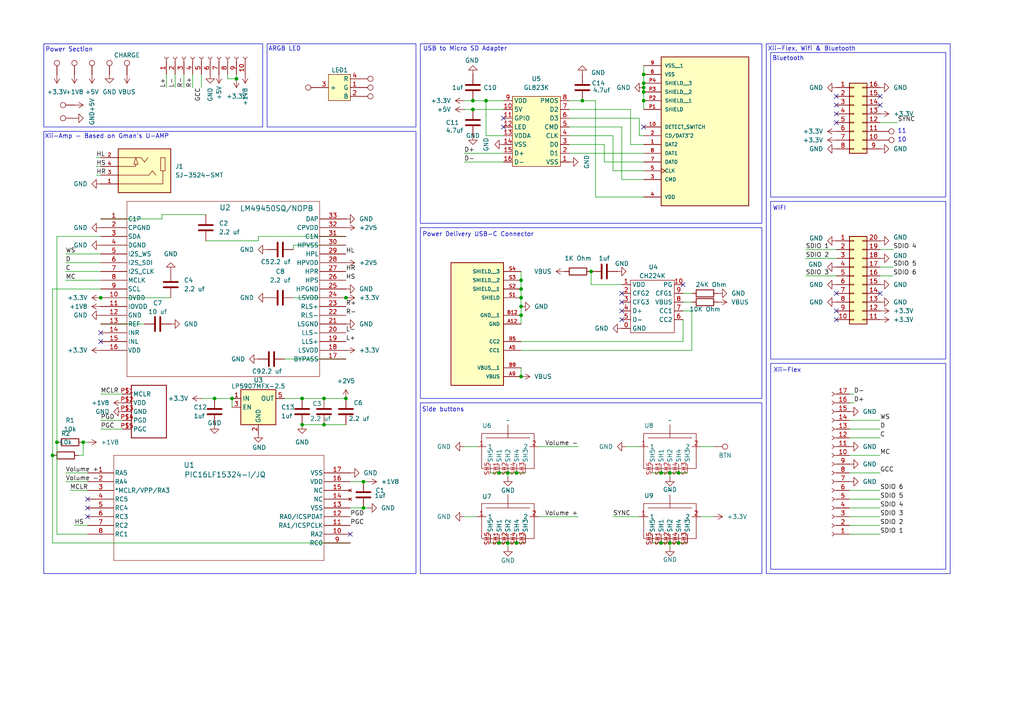
<source format=kicad_sch>
(kicad_sch (version 20231120) (generator "eeschema") (generator_version "8.0")
  (paper "A4")
  (lib_symbols
    (symbol "2024-05-25_18-45-26:LM49450SQ_NOPB" (pin_names (offset 0.254))
      (property "Value" "LM49450SQ/NOPB" (at 35.56 7.62 0))
      (symbol "LM49450SQ_NOPB_0_1"
        (pin passive line (at 0 0 0) (length 7.62) (name "C1P") (number "1"))
        (pin power_in line (at 0 -22.86 0) (length 7.62) (name "DVDD") (number "10"))
        (pin power_in line (at 0 -25.4 0) (length 7.62) (name "IOVDD") (number "11"))
        (pin power_in line (at 0 -27.94 0) (length 7.62) (name "GND") (number "12"))
        (pin passive line (at 0 -30.48 0) (length 7.62) (name "REF") (number "13"))
        (pin input line (at 0 -33.02 0) (length 7.62) (name "INR") (number "14"))
        (pin input line (at 0 -35.56 0) (length 7.62) (name "INL") (number "15"))
        (pin power_in line (at 0 -38.1 0) (length 7.62) (name "VDD") (number "16"))
        (pin passive line (at 71.12 -40.64 180) (length 7.62) (name "BYPASS") (number "17"))
        (pin power_in line (at 71.12 -38.1 180) (length 7.62) (name "LSVDD") (number "18"))
        (pin output line (at 71.12 -35.56 180) (length 7.62) (name "LLS+") (number "19"))
        (pin power_in line (at 0 -2.54 0) (length 7.62) (name "CPGND") (number "2"))
        (pin output line (at 71.12 -33.02 180) (length 7.62) (name "LLS-") (number "20"))
        (pin power_in line (at 71.12 -30.48 180) (length 7.62) (name "LSGND") (number "21"))
        (pin output line (at 71.12 -27.94 180) (length 7.62) (name "RLS-") (number "22"))
        (pin output line (at 71.12 -25.4 180) (length 7.62) (name "RLS+") (number "23"))
        (pin power_in line (at 71.12 -22.86 180) (length 7.62) (name "LSVDD") (number "24"))
        (pin power_in line (at 71.12 -20.32 180) (length 7.62) (name "HPGND") (number "25"))
        (pin input line (at 71.12 -17.78 180) (length 7.62) (name "HPS") (number "26"))
        (pin output line (at 71.12 -15.24 180) (length 7.62) (name "HPR") (number "27"))
        (pin power_in line (at 71.12 -12.7 180) (length 7.62) (name "HPVDD") (number "28"))
        (pin output line (at 71.12 -10.16 180) (length 7.62) (name "HPL") (number "29"))
        (pin input line (at 0 -5.08 0) (length 7.62) (name "SDA") (number "3"))
        (pin power_in line (at 71.12 -7.62 180) (length 7.62) (name "HPVSS") (number "30"))
        (pin passive line (at 71.12 -5.08 180) (length 7.62) (name "C1N") (number "31"))
        (pin power_in line (at 71.12 -2.54 180) (length 7.62) (name "CPVDD") (number "32"))
        (pin power_in line (at 71.12 0 180) (length 7.62) (name "DAP") (number "33"))
        (pin power_in line (at 0 -7.62 0) (length 7.62) (name "DGND") (number "4"))
        (pin input line (at 0 -10.16 0) (length 7.62) (name "I2S_WS") (number "5"))
        (pin input line (at 0 -12.7 0) (length 7.62) (name "I2S_SDI") (number "6"))
        (pin input line (at 0 -15.24 0) (length 7.62) (name "I2S_CLK") (number "7"))
        (pin input line (at 0 -17.78 0) (length 7.62) (name "MCLK") (number "8"))
        (pin input line (at 0 -20.32 0) (length 7.62) (name "SCL") (number "9"))
      )
    )
    (symbol "503398-1892:503398-1892" (pin_names (offset 1.016))
      (property "Reference" "J" (at -12.7217 15.266 0))
      (property "Value" "503398-1892" (at -12.704 -27.9456 0))
      (symbol "503398-1892_0_0"
        (pin passive line (at 17.78 -2.54 180) (length 5.08) (name "DAT2") (number "1"))
        (pin passive line (at 17.78 -7.62 180) (length 5.08) (name "DETECT_SWITCH") (number "10"))
        (pin passive line (at 17.78 -5.08 180) (length 5.08) (name "CD/DAT3^2") (number "2"))
        (pin passive line (at 17.78 7.62 180) (length 5.08) (name "CMD") (number "3"))
        (pin power_in line (at 17.78 12.7 180) (length 5.08) (name "VDD") (number "4"))
        (pin passive clock (at 17.78 5.08 180) (length 5.08) (name "CLK") (number "5"))
        (pin power_in line (at 17.78 -22.86 180) (length 5.08) (name "VSS") (number "6"))
        (pin passive line (at 17.78 2.54 180) (length 5.08) (name "DAT0") (number "7"))
        (pin passive line (at 17.78 0 180) (length 5.08) (name "DAT1") (number "8"))
        (pin power_in line (at 17.78 -25.4 180) (length 5.08) (name "VSS__1") (number "9"))
        (pin passive line (at 17.78 -12.7 180) (length 5.08) (name "SHIELD") (number "P1"))
        (pin passive line (at 17.78 -15.24 180) (length 5.08) (name "SHIELD__1") (number "P2"))
        (pin passive line (at 17.78 -17.78 180) (length 5.08) (name "SHIELD__2") (number "P3"))
        (pin passive line (at 17.78 -20.32 180) (length 5.08) (name "SHIELD__3") (number "P4"))
      )
    )
    (symbol "ARGB_LED_XENII:LED_ARGB_XENII"
      (property "Reference" "LED" (at 0 0 0))
      (symbol "LED_ARGB_XENII_1_1"
        (pin power_in line (at 3.81 -6.35 180) (length 2.54) (name "G") (number "1"))
        (pin power_in line (at 3.81 -8.89 180) (length 2.54) (name "B") (number "2"))
        (pin power_in line (at -7.62 -6.35 0) (length 2.54) (name "+") (number "3"))
        (pin power_in line (at 3.81 -3.81 180) (length 2.54) (name "R") (number "4"))
      )
    )
    (symbol "CH224K:CH224K"
      (property "Reference" "U" (at 0 0 0))
      (property "Value" "CH224K" (at 0 -2.54 0))
      (symbol "CH224K_1_1"
        (pin power_in line (at -8.89 -17.78 0) (length 2.54) (name "GND") (number "0"))
        (pin power_in line (at -8.89 -5.08 0) (length 2.54) (name "VDD") (number "1"))
        (pin bidirectional line (at 8.89 -5.08 180) (length 2.54) (name "PG") (number "10"))
        (pin bidirectional line (at -8.89 -7.62 0) (length 2.54) (name "CFG2") (number "2"))
        (pin bidirectional line (at -8.89 -10.16 0) (length 2.54) (name "CFG3") (number "3"))
        (pin bidirectional line (at -8.89 -12.7 0) (length 2.54) (name "D+") (number "4"))
        (pin bidirectional line (at -8.89 -15.24 0) (length 2.54) (name "D-") (number "5"))
        (pin bidirectional line (at 8.89 -15.24 180) (length 2.54) (name "CC2") (number "6"))
        (pin bidirectional line (at 8.89 -12.7 180) (length 2.54) (name "CC1") (number "7"))
        (pin power_in line (at 8.89 -10.16 180) (length 2.54) (name "VBUS") (number "8"))
        (pin bidirectional line (at 8.89 -7.62 180) (length 2.54) (name "CFG1") (number "9"))
      )
    )
    (symbol "Connector:Conn_01x10_Socket" (pin_names (offset 1.016) hide)
      (property "Reference" "J" (at 0 12.7 0))
      (property "Value" "Conn_01x10_Socket" (at 0 -15.24 0))
      (symbol "Conn_01x10_Socket_1_1"
        (pin passive line (at -5.08 10.16 0) (length 3.81) (name "Pin_1") (number "1"))
        (pin passive line (at -5.08 -12.7 0) (length 3.81) (name "Pin_10") (number "10"))
        (pin passive line (at -5.08 7.62 0) (length 3.81) (name "Pin_2") (number "2"))
        (pin passive line (at -5.08 5.08 0) (length 3.81) (name "Pin_3") (number "3"))
        (pin passive line (at -5.08 2.54 0) (length 3.81) (name "Pin_4") (number "4"))
        (pin passive line (at -5.08 0 0) (length 3.81) (name "Pin_5") (number "5"))
        (pin passive line (at -5.08 -2.54 0) (length 3.81) (name "Pin_6") (number "6"))
        (pin passive line (at -5.08 -5.08 0) (length 3.81) (name "Pin_7") (number "7"))
        (pin passive line (at -5.08 -7.62 0) (length 3.81) (name "Pin_8") (number "8"))
        (pin passive line (at -5.08 -10.16 0) (length 3.81) (name "Pin_9") (number "9"))
      )
    )
    (symbol "Connector:Conn_01x17_Socket" (pin_names (offset 1.016) hide)
      (property "Reference" "J" (at 0 22.86 0))
      (property "Value" "Conn_01x17_Socket" (at 0 -22.86 0))
      (symbol "Conn_01x17_Socket_1_1"
        (pin passive line (at -5.08 20.32 0) (length 3.81) (name "Pin_1") (number "1"))
        (pin passive line (at -5.08 -2.54 0) (length 3.81) (name "Pin_10") (number "10"))
        (pin passive line (at -5.08 -5.08 0) (length 3.81) (name "Pin_11") (number "11"))
        (pin passive line (at -5.08 -7.62 0) (length 3.81) (name "Pin_12") (number "12"))
        (pin passive line (at -5.08 -10.16 0) (length 3.81) (name "Pin_13") (number "13"))
        (pin passive line (at -5.08 -12.7 0) (length 3.81) (name "Pin_14") (number "14"))
        (pin passive line (at -5.08 -15.24 0) (length 3.81) (name "Pin_15") (number "15"))
        (pin passive line (at -5.08 -17.78 0) (length 3.81) (name "Pin_16") (number "16"))
        (pin passive line (at -5.08 -20.32 0) (length 3.81) (name "Pin_17") (number "17"))
        (pin passive line (at -5.08 17.78 0) (length 3.81) (name "Pin_2") (number "2"))
        (pin passive line (at -5.08 15.24 0) (length 3.81) (name "Pin_3") (number "3"))
        (pin passive line (at -5.08 12.7 0) (length 3.81) (name "Pin_4") (number "4"))
        (pin passive line (at -5.08 10.16 0) (length 3.81) (name "Pin_5") (number "5"))
        (pin passive line (at -5.08 7.62 0) (length 3.81) (name "Pin_6") (number "6"))
        (pin passive line (at -5.08 5.08 0) (length 3.81) (name "Pin_7") (number "7"))
        (pin passive line (at -5.08 2.54 0) (length 3.81) (name "Pin_8") (number "8"))
        (pin passive line (at -5.08 0 0) (length 3.81) (name "Pin_9") (number "9"))
      )
    )
    (symbol "Connector:TestPoint" (pin_numbers hide) (pin_names (offset 0.762) hide)
      (property "Reference" "TP" (at 0 6.858 0))
      (property "Value" "TestPoint" (at 0 5.08 0))
      (symbol "TestPoint_1_1"
        (pin passive line (at 0 0 90) (length 2.54) (name "1") (number "1"))
      )
    )
    (symbol "Connector_Generic:Conn_02x08_Counter_Clockwise" (pin_names (offset 1.016) hide)
      (property "Reference" "J" (at 1.27 10.16 0))
      (property "Value" "Conn_02x08_Counter_Clockwise" (at 1.27 -12.7 0))
      (symbol "Conn_02x08_Counter_Clockwise_1_1"
        (pin passive line (at -5.08 7.62 0) (length 3.81) (name "Pin_1") (number "1"))
        (pin passive line (at 7.62 -7.62 180) (length 3.81) (name "Pin_10") (number "10"))
        (pin passive line (at 7.62 -5.08 180) (length 3.81) (name "Pin_11") (number "11"))
        (pin passive line (at 7.62 -2.54 180) (length 3.81) (name "Pin_12") (number "12"))
        (pin passive line (at 7.62 0 180) (length 3.81) (name "Pin_13") (number "13"))
        (pin passive line (at 7.62 2.54 180) (length 3.81) (name "Pin_14") (number "14"))
        (pin passive line (at 7.62 5.08 180) (length 3.81) (name "Pin_15") (number "15"))
        (pin passive line (at 7.62 7.62 180) (length 3.81) (name "Pin_16") (number "16"))
        (pin passive line (at -5.08 5.08 0) (length 3.81) (name "Pin_2") (number "2"))
        (pin passive line (at -5.08 2.54 0) (length 3.81) (name "Pin_3") (number "3"))
        (pin passive line (at -5.08 0 0) (length 3.81) (name "Pin_4") (number "4"))
        (pin passive line (at -5.08 -2.54 0) (length 3.81) (name "Pin_5") (number "5"))
        (pin passive line (at -5.08 -5.08 0) (length 3.81) (name "Pin_6") (number "6"))
        (pin passive line (at -5.08 -7.62 0) (length 3.81) (name "Pin_7") (number "7"))
        (pin passive line (at -5.08 -10.16 0) (length 3.81) (name "Pin_8") (number "8"))
        (pin passive line (at 7.62 -10.16 180) (length 3.81) (name "Pin_9") (number "9"))
      )
    )
    (symbol "Connector_Generic:Conn_02x10_Counter_Clockwise" (pin_names (offset 1.016) hide)
      (property "Reference" "J" (at 1.27 12.7 0))
      (property "Value" "Conn_02x10_Counter_Clockwise" (at 1.27 -15.24 0))
      (symbol "Conn_02x10_Counter_Clockwise_1_1"
        (pin passive line (at -5.08 10.16 0) (length 3.81) (name "Pin_1") (number "1"))
        (pin passive line (at -5.08 -12.7 0) (length 3.81) (name "Pin_10") (number "10"))
        (pin passive line (at 7.62 -12.7 180) (length 3.81) (name "Pin_11") (number "11"))
        (pin passive line (at 7.62 -10.16 180) (length 3.81) (name "Pin_12") (number "12"))
        (pin passive line (at 7.62 -7.62 180) (length 3.81) (name "Pin_13") (number "13"))
        (pin passive line (at 7.62 -5.08 180) (length 3.81) (name "Pin_14") (number "14"))
        (pin passive line (at 7.62 -2.54 180) (length 3.81) (name "Pin_15") (number "15"))
        (pin passive line (at 7.62 0 180) (length 3.81) (name "Pin_16") (number "16"))
        (pin passive line (at 7.62 2.54 180) (length 3.81) (name "Pin_17") (number "17"))
        (pin passive line (at 7.62 5.08 180) (length 3.81) (name "Pin_18") (number "18"))
        (pin passive line (at 7.62 7.62 180) (length 3.81) (name "Pin_19") (number "19"))
        (pin passive line (at -5.08 7.62 0) (length 3.81) (name "Pin_2") (number "2"))
        (pin passive line (at 7.62 10.16 180) (length 3.81) (name "Pin_20") (number "20"))
        (pin passive line (at -5.08 5.08 0) (length 3.81) (name "Pin_3") (number "3"))
        (pin passive line (at -5.08 2.54 0) (length 3.81) (name "Pin_4") (number "4"))
        (pin passive line (at -5.08 0 0) (length 3.81) (name "Pin_5") (number "5"))
        (pin passive line (at -5.08 -2.54 0) (length 3.81) (name "Pin_6") (number "6"))
        (pin passive line (at -5.08 -5.08 0) (length 3.81) (name "Pin_7") (number "7"))
        (pin passive line (at -5.08 -7.62 0) (length 3.81) (name "Pin_8") (number "8"))
        (pin passive line (at -5.08 -10.16 0) (length 3.81) (name "Pin_9") (number "9"))
      )
    )
    (symbol "Device:C" (pin_numbers hide) (pin_names (offset 0.254))
      (property "Reference" "C" (at 0.635 2.54 0))
      (property "Value" "C" (at 0.635 -2.54 0))
      (symbol "C_1_1"
        (pin passive line (at 0 3.81 270) (length 2.794) (name "~") (number "1"))
        (pin passive line (at 0 -3.81 90) (length 2.794) (name "~") (number "2"))
      )
    )
    (symbol "Device:R" (pin_numbers hide) (pin_names (offset 0))
      (property "Reference" "R" (at 2.032 0 90))
      (property "Value" "R" (at 0 0 90))
      (symbol "R_1_1"
        (pin passive line (at 0 3.81 270) (length 1.27) (name "~") (number "1"))
        (pin passive line (at 0 -3.81 90) (length 1.27) (name "~") (number "2"))
      )
    )
    (symbol "GL823K:GL823K"
      (property "Reference" "U" (at -5.08 0 0))
      (property "Value" "GL823K" (at 0 0 0))
      (symbol "GL823K_1_1"
        (pin power_in line (at -10.16 -2.54 0) (length 2.54) (name "VSS") (number "1"))
        (pin power_in line (at 8.89 -17.78 180) (length 2.54) (name "5V") (number "10"))
        (pin bidirectional line (at 8.89 -15.24 180) (length 2.54) (name "GPIO") (number "11"))
        (pin bidirectional line (at 8.89 -12.7 180) (length 2.54) (name "LED") (number "12"))
        (pin power_in line (at 8.89 -10.16 180) (length 2.54) (name "VDDA") (number "13"))
        (pin power_in line (at 8.89 -7.62 180) (length 2.54) (name "VSS") (number "14"))
        (pin bidirectional line (at 8.89 -5.08 180) (length 2.54) (name "D+") (number "15"))
        (pin bidirectional line (at 8.89 -2.54 180) (length 2.54) (name "D-") (number "16"))
        (pin bidirectional line (at -10.16 -5.08 0) (length 2.54) (name "D1") (number "2"))
        (pin bidirectional line (at -10.16 -7.62 0) (length 2.54) (name "D0") (number "3"))
        (pin bidirectional line (at -10.16 -10.16 0) (length 2.54) (name "CLK") (number "4"))
        (pin bidirectional line (at -10.16 -12.7 0) (length 2.54) (name "CMD") (number "5"))
        (pin bidirectional line (at -10.16 -15.24 0) (length 2.54) (name "D3") (number "6"))
        (pin bidirectional line (at -10.16 -17.78 0) (length 2.54) (name "D2") (number "7"))
        (pin bidirectional line (at -10.16 -20.32 0) (length 2.54) (name "PMOS") (number "8"))
        (pin power_in line (at 8.89 -20.32 180) (length 2.54) (name "VDD") (number "9"))
      )
    )
    (symbol "GND_1" (power) (pin_numbers hide) (pin_names (offset 0) hide)
      (property "Value" "GND" (at 0 -3.81 0))
      (symbol "GND_1_1_1"
        (pin power_in line (at 0 0 270) (length 0) (name "~") (number "1"))
      )
    )
    (symbol "PIC16LF15323_I_JQ:PIC16LF15324-I_JQ" (pin_names (offset 0.254))
      (property "Reference" "U" (at 38.1 10.16 0))
      (property "Value" "PIC16LF15324-I/JQ" (at 38.1 7.62 0))
      (symbol "PIC16LF15324-I_JQ_0_1"
        (pin bidirectional line (at 0 0 0) (length 7.62) (name "RA5") (number "1"))
        (pin bidirectional line (at 76.2 -17.78 180) (length 7.62) (name "RA2") (number "10"))
        (pin bidirectional line (at 76.2 -15.24 180) (length 7.62) (name "RA1/ICSPCLK") (number "11"))
        (pin bidirectional line (at 76.2 -12.7 180) (length 7.62) (name "RA0/ICSPDAT") (number "12"))
        (pin power_out line (at 76.2 -10.16 180) (length 7.62) (name "VSS") (number "13"))
        (pin no_connect line (at 76.2 -7.62 180) (length 7.62) (name "NC") (number "14"))
        (pin no_connect line (at 76.2 -5.08 180) (length 7.62) (name "NC") (number "15"))
        (pin power_in line (at 76.2 -2.54 180) (length 7.62) (name "VDD") (number "16"))
        (pin power_out line (at 76.2 0 180) (length 7.62) (name "VSS") (number "17"))
        (pin bidirectional line (at 0 -2.54 0) (length 7.62) (name "RA4") (number "2"))
        (pin bidirectional line (at 0 -5.08 0) (length 7.62) (name "*MCLR/VPP/RA3") (number "3"))
        (pin bidirectional line (at 0 -7.62 0) (length 7.62) (name "RC5") (number "4"))
        (pin bidirectional line (at 0 -10.16 0) (length 7.62) (name "RC4") (number "5"))
        (pin bidirectional line (at 0 -12.7 0) (length 7.62) (name "RC3") (number "6"))
        (pin bidirectional line (at 0 -15.24 0) (length 7.62) (name "RC2") (number "7"))
        (pin bidirectional line (at 0 -17.78 0) (length 7.62) (name "RC1") (number "8"))
        (pin bidirectional line (at 76.2 -20.32 180) (length 7.62) (name "RC0") (number "9"))
      )
    )
    (symbol "Regulator_Linear:LP5907MFX-2.5"
      (property "Reference" "U" (at -3.81 6.35 0))
      (property "Value" "LP5907MFX-2.5" (at 6.35 6.35 0))
      (symbol "LP5907MFX-2.5_0_1"
        (pin power_in line (at -7.62 2.54 0) (length 2.54) (name "IN") (number "1"))
        (pin power_in line (at 0 -7.62 90) (length 2.54) (name "GND") (number "2"))
        (pin input line (at -7.62 0 0) (length 2.54) (name "EN") (number "3"))
        (pin no_connect line (at 5.08 0 180) (length 2.54) hide (name "NC") (number "4"))
        (pin power_out line (at 7.62 2.54 180) (length 2.54) (name "OUT") (number "5"))
      )
    )
    (symbol "SJ-3524-SMT:SJ-3524-SMT" (pin_names (offset 1.016))
      (property "Reference" "J" (at -7.637 8.2738 0))
      (property "Value" "SJ-3524-SMT" (at -7.6519 -7.6606 0))
      (symbol "SJ-3524-SMT_0_0"
        (pin passive line (at 12.7 5.08 180) (length 5.08) (name "~") (number "1"))
        (pin passive line (at 12.7 -2.54 180) (length 5.08) (name "~") (number "2"))
        (pin passive line (at 12.7 2.54 180) (length 5.08) (name "~") (number "3"))
        (pin passive line (at 12.7 0 180) (length 5.08) (name "~") (number "4"))
      )
    )
    (symbol "USB4125-GF-A_REVA2:USB4125-GF-A_REVA2" (pin_names (offset 1.016))
      (property "Reference" "J" (at -7.62 10.922 0))
      (property "Value" "USB4125-GF-A_REVA2" (at -7.62 -26.162 0))
      (symbol "USB4125-GF-A_REVA2_0_0"
        (pin power_in line (at -12.7 -7.62 0) (length 5.08) (name "GND") (number "A12"))
        (pin bidirectional line (at -12.7 0 0) (length 5.08) (name "CC1") (number "A5"))
        (pin power_in line (at -12.7 7.62 0) (length 5.08) (name "VBUS") (number "A9"))
        (pin power_in line (at -12.7 -10.16 0) (length 5.08) (name "GND__1") (number "B12"))
        (pin bidirectional line (at -12.7 -2.54 0) (length 5.08) (name "CC2") (number "B5"))
        (pin power_in line (at -12.7 5.08 0) (length 5.08) (name "VBUS__1") (number "B9"))
        (pin passive line (at -12.7 -15.24 0) (length 5.08) (name "SHIELD") (number "S1"))
        (pin passive line (at -12.7 -17.78 0) (length 5.08) (name "SHIELD__1") (number "S2"))
        (pin passive line (at -12.7 -20.32 0) (length 5.08) (name "SHIELD__2") (number "S3"))
        (pin passive line (at -12.7 -22.86 0) (length 5.08) (name "SHIELD__3") (number "S4"))
      )
    )
    (symbol "power:+1V8" (power) (pin_numbers hide) (pin_names (offset 0) hide)
      (property "Value" "+1V8" (at 0 3.556 0))
      (symbol "+1V8_1_1"
        (pin power_in line (at 0 0 90) (length 0) (name "~") (number "1"))
      )
    )
    (symbol "power:+2V5" (power) (pin_numbers hide) (pin_names (offset 0) hide)
      (property "Value" "+2V5" (at 0 3.556 0))
      (symbol "+2V5_1_1"
        (pin power_in line (at 0 0 90) (length 0) (name "~") (number "1"))
      )
    )
    (symbol "power:+3.3V" (power) (pin_numbers hide) (pin_names (offset 0) hide)
      (property "Value" "+3.3V" (at 0 3.556 0))
      (symbol "+3.3V_1_1"
        (pin power_in line (at 0 0 90) (length 0) (name "~") (number "1"))
      )
    )
    (symbol "power:+5V" (power) (pin_numbers hide) (pin_names (offset 0) hide)
      (property "Value" "+5V" (at 0 3.556 0))
      (symbol "+5V_1_1"
        (pin power_in line (at 0 0 90) (length 0) (name "~") (number "1"))
      )
    )
    (symbol "power:GND" (power) (pin_numbers hide) (pin_names (offset 0) hide)
      (property "Value" "GND" (at 0 -3.81 0))
      (symbol "GND_1_1"
        (pin power_in line (at 0 0 270) (length 0) (name "~") (number "1"))
      )
    )
    (symbol "power:VBUS" (power) (pin_numbers hide) (pin_names (offset 0) hide)
      (property "Value" "VBUS" (at 0 3.556 0))
      (symbol "VBUS_1_1"
        (pin power_in line (at 0 0 90) (length 0) (name "~") (number "1"))
      )
    )
    (symbol "programming_header:GC+2_PROGRAMMING_HEADER"
      (property "Reference" "PH1" (at -2.54 -10.16 0))
      (property "Value" "GC+2_PROGRAMMING_HEADER" (at -2.54 10.16 0))
      (symbol "GC+2_PROGRAMMING_HEADER_1_0"
        (pin bidirectional line (at -5.08 5.08 0) (length 2.54) (name "MCLR") (number "P$1"))
        (pin bidirectional line (at -5.08 2.54 0) (length 2.54) (name "VDD") (number "P$2"))
        (pin bidirectional line (at -5.08 0 0) (length 2.54) (name "GND") (number "P$3"))
        (pin bidirectional line (at -5.08 -2.54 0) (length 2.54) (name "PGD") (number "P$4"))
        (pin bidirectional line (at -5.08 -5.08 0) (length 2.54) (name "PGC") (number "P$5"))
      )
    )
    (symbol "xenii-mainpcb-button:TL3336AF160Q{colon}SW_TL3336AF160Q"
      (property "Reference" "U" (at 0 0 0))
      (symbol "TL3336AF160Q{colon}SW_TL3336AF160Q_1_1"
        (pin input line (at -5.08 0 0) (length 2.54) (name "1") (number "1"))
        (pin input line (at 12.7 0 180) (length 2.54) (name "2") (number "2"))
        (pin input line (at 1.27 -7.62 90) (length 2.54) (name "SH1") (number "SH1"))
        (pin input line (at 3.81 -7.62 90) (length 2.54) (name "SH2") (number "SH2"))
        (pin input line (at 8.89 -7.62 90) (length 2.54) (name "SH3") (number "SH3"))
        (pin input line (at 6.35 -7.62 90) (length 2.54) (name "SH4") (number "SH4"))
        (pin input line (at -1.27 -7.62 90) (length 2.54) (name "SH5") (number "SH5"))
      )
    )
  )
  (junction (at 100.33 115.57))
  (junction (at 100.33 86.36))
  (junction (at 194.31 157.48))
  (junction (at 137.16 31.75))
  (junction (at 24.13 128.27))
  (junction (at 168.91 29.21))
  (junction (at 151.13 86.36))
  (junction (at 186.69 29.21))
  (junction (at 105.41 139.7))
  (junction (at 67.31 115.57))
  (junction (at 144.78 137.16))
  (junction (at 87.63 115.57))
  (junction (at 93.98 123.19))
  (junction (at 186.69 25.4))
  (junction (at 140.97 29.21))
  (junction (at 147.32 157.48))
  (junction (at 151.13 81.28))
  (junction (at 196.85 137.16))
  (junction (at 151.13 91.44))
  (junction (at 137.16 29.21))
  (junction (at 186.69 26.67))
  (junction (at 68.58 22.86))
  (junction (at 191.77 157.48))
  (junction (at 186.69 24.13))
  (junction (at 144.78 157.48))
  (junction (at 151.13 88.9))
  (junction (at 15.24 132.08))
  (junction (at 194.31 137.16))
  (junction (at 191.77 137.16))
  (junction (at 62.23 115.57))
  (junction (at 87.63 123.19))
  (junction (at 149.86 157.48))
  (junction (at 147.32 137.16))
  (junction (at 186.69 21.59))
  (junction (at 196.85 157.48))
  (junction (at 151.13 109.22))
  (junction (at 93.98 115.57))
  (junction (at 29.21 86.36))
  (junction (at 16.51 128.27))
  (junction (at 149.86 137.16))
  (junction (at 171.45 78.74))
  (junction (at 105.41 147.32))
  (junction (at 151.13 83.82))
  (no_connect (at 255.27 85.09))
  (no_connect (at 146.05 36.83))
  (no_connect (at 180.34 85.09))
  (no_connect (at 25.4 144.78))
  (no_connect (at 242.57 90.17))
  (no_connect (at 180.34 92.71))
  (no_connect (at 25.4 147.32))
  (no_connect (at 242.57 35.56))
  (no_connect (at 198.12 82.55))
  (no_connect (at 186.69 36.83))
  (no_connect (at 146.05 34.29))
  (no_connect (at 242.57 30.48))
  (no_connect (at 242.57 85.09))
  (no_connect (at 101.6 154.94))
  (no_connect (at 242.57 27.94))
  (no_connect (at 255.27 30.48))
  (no_connect (at 29.21 96.52))
  (no_connect (at 255.27 27.94))
  (no_connect (at 180.34 90.17))
  (no_connect (at 242.57 92.71))
  (no_connect (at 242.57 33.02))
  (no_connect (at 29.21 99.06))
  (no_connect (at 180.34 87.63))
  (no_connect (at 25.4 149.86))
  (wire (pts (xy 24.13 132.08) (xy 22.86 132.08)))
  (wire (pts (xy 156.21 129.54) (xy 167.64 129.54)))
  (wire (pts (xy 105.41 139.7) (xy 101.6 139.7)))
  (wire (pts (xy 16.51 154.94) (xy 25.4 154.94)))
  (wire (pts (xy 16.51 68.58) (xy 16.51 128.27)))
  (wire (pts (xy 29.21 63.5) (xy 46.99 63.5)))
  (wire (pts (xy 200.66 90.17) (xy 198.12 90.17)))
  (wire (pts (xy 58.42 25.4) (xy 58.42 21.59)))
  (wire (pts (xy 198.12 99.06) (xy 198.12 92.71)))
  (wire (pts (xy 189.23 157.48) (xy 191.77 157.48)))
  (wire (pts (xy 186.69 24.13) (xy 186.69 21.59)))
  (wire (pts (xy 58.42 115.57) (xy 62.23 115.57)))
  (wire (pts (xy 165.1 44.45) (xy 186.69 44.45)))
  (wire (pts (xy 25.4 137.16) (xy 19.05 137.16)))
  (wire (pts (xy 246.38 116.84) (xy 247.65 116.84)))
  (wire (pts (xy 100.33 123.19) (xy 93.98 123.19)))
  (wire (pts (xy 151.13 106.68) (xy 151.13 109.22)))
  (wire (pts (xy 259.08 77.47) (xy 255.27 77.47)))
  (wire (pts (xy 29.21 124.46) (xy 35.56 124.46)))
  (wire (pts (xy 134.62 29.21) (xy 137.16 29.21)))
  (wire (pts (xy 194.31 137.16) (xy 191.77 137.16)))
  (wire (pts (xy 186.69 26.67) (xy 186.69 25.4)))
  (wire (pts (xy 93.98 123.19) (xy 87.63 123.19)))
  (wire (pts (xy 46.99 62.23) (xy 59.69 62.23)))
  (wire (pts (xy 100.33 71.12) (xy 85.09 71.12)))
  (wire (pts (xy 199.39 137.16) (xy 196.85 137.16)))
  (wire (pts (xy 144.78 137.16) (xy 142.24 137.16)))
  (wire (pts (xy 144.78 157.48) (xy 142.24 157.48)))
  (wire (pts (xy 29.21 83.82) (xy 15.24 83.82)))
  (wire (pts (xy 93.98 115.57) (xy 100.33 115.57)))
  (wire (pts (xy 74.93 69.85) (xy 59.69 69.85)))
  (wire (pts (xy 29.21 114.3) (xy 35.56 114.3)))
  (wire (pts (xy 165.1 34.29) (xy 185.42 34.29)))
  (wire (pts (xy 29.21 86.36) (xy 49.53 86.36)))
  (wire (pts (xy 255.27 152.4) (xy 246.38 152.4)))
  (wire (pts (xy 194.31 157.48) (xy 194.31 158.75)))
  (wire (pts (xy 194.31 157.48) (xy 196.85 157.48)))
  (wire (pts (xy 259.08 72.39) (xy 255.27 72.39)))
  (wire (pts (xy 177.8 49.53) (xy 186.69 49.53)))
  (wire (pts (xy 165.1 36.83) (xy 180.34 36.83)))
  (wire (pts (xy 147.32 137.16) (xy 144.78 137.16)))
  (wire (pts (xy 66.04 22.86) (xy 66.04 21.59)))
  (wire (pts (xy 200.66 101.6) (xy 200.66 90.17)))
  (wire (pts (xy 246.38 114.3) (xy 247.65 114.3)))
  (wire (pts (xy 21.59 152.4) (xy 25.4 152.4)))
  (wire (pts (xy 168.91 29.21) (xy 172.72 29.21)))
  (wire (pts (xy 46.99 63.5) (xy 46.99 62.23)))
  (wire (pts (xy 20.32 142.24) (xy 25.4 142.24)))
  (wire (pts (xy 246.38 132.08) (xy 255.27 132.08)))
  (wire (pts (xy 191.77 137.16) (xy 189.23 137.16)))
  (wire (pts (xy 149.86 137.16) (xy 147.32 137.16)))
  (wire (pts (xy 19.05 73.66) (xy 29.21 73.66)))
  (wire (pts (xy 255.27 154.94) (xy 246.38 154.94)))
  (wire (pts (xy 62.23 115.57) (xy 67.31 115.57)))
  (wire (pts (xy 177.8 39.37) (xy 177.8 49.53)))
  (wire (pts (xy 246.38 144.78) (xy 255.27 144.78)))
  (wire (pts (xy 134.62 46.99) (xy 146.05 46.99)))
  (wire (pts (xy 185.42 34.29) (xy 185.42 39.37)))
  (wire (pts (xy 67.31 118.11) (xy 67.31 115.57)))
  (wire (pts (xy 191.77 157.48) (xy 194.31 157.48)))
  (wire (pts (xy 106.68 139.7) (xy 105.41 139.7)))
  (wire (pts (xy 146.05 39.37) (xy 140.97 39.37)))
  (wire (pts (xy 194.31 138.43) (xy 194.31 137.16)))
  (wire (pts (xy 151.13 86.36) (xy 151.13 88.9)))
  (wire (pts (xy 186.69 29.21) (xy 186.69 26.67)))
  (wire (pts (xy 27.94 48.26) (xy 29.21 48.26)))
  (wire (pts (xy 246.38 127) (xy 255.27 127)))
  (wire (pts (xy 180.34 52.07) (xy 186.69 52.07)))
  (wire (pts (xy 198.12 99.06) (xy 151.13 99.06)))
  (wire (pts (xy 152.4 157.48) (xy 149.86 157.48)))
  (wire (pts (xy 165.1 31.75) (xy 182.88 31.75)))
  (wire (pts (xy 165.1 29.21) (xy 168.91 29.21)))
  (wire (pts (xy 151.13 81.28) (xy 151.13 83.82)))
  (wire (pts (xy 140.97 39.37) (xy 140.97 29.21)))
  (wire (pts (xy 233.68 72.39) (xy 242.57 72.39)))
  (wire (pts (xy 137.16 31.75) (xy 146.05 31.75)))
  (wire (pts (xy 177.8 149.86) (xy 185.42 149.86)))
  (wire (pts (xy 152.4 137.16) (xy 149.86 137.16)))
  (wire (pts (xy 182.88 41.91) (xy 186.69 41.91)))
  (wire (pts (xy 138.43 129.54) (xy 134.62 129.54)))
  (wire (pts (xy 50.8 25.4) (xy 50.8 21.59)))
  (wire (pts (xy 203.2 149.86) (xy 207.01 149.86)))
  (wire (pts (xy 151.13 91.44) (xy 151.13 93.98)))
  (wire (pts (xy 156.21 149.86) (xy 167.64 149.86)))
  (wire (pts (xy 196.85 157.48) (xy 199.39 157.48)))
  (wire (pts (xy 186.69 21.59) (xy 186.69 19.05)))
  (wire (pts (xy 134.62 31.75) (xy 137.16 31.75)))
  (wire (pts (xy 53.34 25.4) (xy 53.34 21.59)))
  (wire (pts (xy 105.41 147.32) (xy 101.6 147.32)))
  (wire (pts (xy 182.88 31.75) (xy 182.88 41.91)))
  (wire (pts (xy 172.72 29.21) (xy 172.72 57.15)))
  (wire (pts (xy 180.34 36.83) (xy 180.34 52.07)))
  (wire (pts (xy 27.94 50.8) (xy 29.21 50.8)))
  (wire (pts (xy 137.16 29.21) (xy 140.97 29.21)))
  (wire (pts (xy 203.2 129.54) (xy 207.01 129.54)))
  (wire (pts (xy 100.33 68.58) (xy 74.93 68.58)))
  (wire (pts (xy 185.42 39.37) (xy 186.69 39.37)))
  (wire (pts (xy 147.32 158.75) (xy 147.32 157.48)))
  (wire (pts (xy 68.58 21.59) (xy 68.58 22.86)))
  (wire (pts (xy 29.21 68.58) (xy 16.51 68.58)))
  (wire (pts (xy 85.09 71.12) (xy 85.09 72.39)))
  (wire (pts (xy 246.38 142.24) (xy 255.27 142.24)))
  (wire (pts (xy 175.26 46.99) (xy 186.69 46.99)))
  (wire (pts (xy 147.32 157.48) (xy 144.78 157.48)))
  (wire (pts (xy 15.24 157.48) (xy 15.24 132.08)))
  (wire (pts (xy 233.68 80.01) (xy 242.57 80.01)))
  (wire (pts (xy 87.63 115.57) (xy 93.98 115.57)))
  (wire (pts (xy 175.26 41.91) (xy 175.26 46.99)))
  (wire (pts (xy 151.13 101.6) (xy 200.66 101.6)))
  (wire (pts (xy 171.45 82.55) (xy 180.34 82.55)))
  (wire (pts (xy 181.61 129.54) (xy 185.42 129.54)))
  (wire (pts (xy 41.91 93.98) (xy 29.21 93.98)))
  (wire (pts (xy 147.32 138.43) (xy 147.32 137.16)))
  (wire (pts (xy 35.56 121.92) (xy 29.21 121.92)))
  (wire (pts (xy 151.13 78.74) (xy 151.13 81.28)))
  (wire (pts (xy 165.1 41.91) (xy 175.26 41.91)))
  (wire (pts (xy 151.13 88.9) (xy 151.13 91.44)))
  (wire (pts (xy 186.69 25.4) (xy 186.69 24.13)))
  (wire (pts (xy 27.94 45.72) (xy 29.21 45.72)))
  (wire (pts (xy 100.33 104.14) (xy 82.55 104.14)))
  (wire (pts (xy 74.93 68.58) (xy 74.93 69.85)))
  (wire (pts (xy 66.04 22.86) (xy 68.58 22.86)))
  (wire (pts (xy 165.1 39.37) (xy 177.8 39.37)))
  (wire (pts (xy 246.38 149.86) (xy 255.27 149.86)))
  (wire (pts (xy 196.85 137.16) (xy 194.31 137.16)))
  (wire (pts (xy 16.51 128.27) (xy 16.51 154.94)))
  (wire (pts (xy 106.68 147.32) (xy 105.41 147.32)))
  (wire (pts (xy 55.88 25.4) (xy 55.88 21.59)))
  (wire (pts (xy 246.38 147.32) (xy 255.27 147.32)))
  (wire (pts (xy 138.43 149.86) (xy 134.62 149.86)))
  (wire (pts (xy 134.62 44.45) (xy 146.05 44.45)))
  (wire (pts (xy 255.27 137.16) (xy 246.38 137.16)))
  (wire (pts (xy 100.33 86.36) (xy 85.09 86.36)))
  (wire (pts (xy 25.4 128.27) (xy 24.13 128.27)))
  (wire (pts (xy 87.63 115.57) (xy 82.55 115.57)))
  (wire (pts (xy 15.24 83.82) (xy 15.24 132.08)))
  (wire (pts (xy 151.13 83.82) (xy 151.13 86.36)))
  (wire (pts (xy 255.27 35.56) (xy 260.35 35.56)))
  (wire (pts (xy 259.08 80.01) (xy 255.27 80.01)))
  (wire (pts (xy 200.66 85.09) (xy 198.12 85.09)))
  (wire (pts (xy 246.38 121.92) (xy 255.27 121.92)))
  (wire (pts (xy 19.05 139.7) (xy 25.4 139.7)))
  (wire (pts (xy 24.13 128.27) (xy 24.13 132.08)))
  (wire (pts (xy 140.97 29.21) (xy 146.05 29.21)))
  (wire (pts (xy 186.69 31.75) (xy 186.69 29.21)))
  (wire (pts (xy 171.45 78.74) (xy 171.45 82.55)))
  (wire (pts (xy 200.66 87.63) (xy 198.12 87.63)))
  (wire (pts (xy 19.05 78.74) (xy 29.21 78.74)))
  (wire (pts (xy 101.6 157.48) (xy 15.24 157.48)))
  (wire (pts (xy 19.05 81.28) (xy 29.21 81.28)))
  (wire (pts (xy 172.72 57.15) (xy 186.69 57.15)))
  (wire (pts (xy 19.05 76.2) (xy 29.21 76.2)))
  (wire (pts (xy 149.86 157.48) (xy 147.32 157.48)))
  (wire (pts (xy 48.26 21.59) (xy 48.26 25.4)))
  (wire (pts (xy 246.38 124.46) (xy 255.27 124.46)))
  (wire (pts (xy 242.57 74.93) (xy 233.68 74.93)))
  (rectangle (start 222.25 12.7) (end 275.59 166.37))
  (rectangle (start 121.92 12.7) (end 220.98 64.77))
  (rectangle (start 223.52 15.24) (end 274.32 57.15))
  (rectangle (start 121.92 116.84) (end 220.98 166.37))
  (rectangle (start 223.52 105.41) (end 274.32 165.1))
  (rectangle (start 77.47 12.7) (end 120.65 36.83))
  (rectangle (start 223.52 58.42) (end 274.32 104.14))
  (rectangle (start 12.7 38.1) (end 120.65 166.37))
  (rectangle (start 121.92 66.04) (end 220.98 115.57))
  (rectangle (start 12.7 12.7) (end 76.2 36.83))
  (text "Xii-Amp - Based on Gman's U-AMP\n" (at 30.988 39.624 0) (effects (font (size 1.27 1.27))))
  (text "10" (at 261.62 40.64 0) (effects (font (size 1.27 1.27))))
  (text "Xii-Flex" (at 228.346 107.442 0) (effects (font (size 1.27 1.27))))
  (text "Xii-Flex, Wifi & Bluetooth" (at 235.458 14.224 0) (effects (font (size 1.27 1.27))))
  (text "Power Section\n" (at 20.066 14.478 0) (effects (font (size 1.27 1.27))))
  (text "WIFI" (at 226.06 60.452 0) (effects (font (size 1.27 1.27))))
  (text "Bluetooth" (at 228.6 17.018 0) (effects (font (size 1.27 1.27))))
  (text "Side buttons\n" (at 128.524 118.872 0) (effects (font (size 1.27 1.27))))
  (text "ARGB LED\n" (at 82.55 14.224 0) (effects (font (size 1.27 1.27))))
  (text "11" (at 261.62 38.1 0) (effects (font (size 1.27 1.27))))
  (text "Power Delivery USB-C Connector\n" (at 138.684 68.072 0) (effects (font (size 1.27 1.27))))
  (text "USB to Micro SD Adapter\n" (at 134.874 14.224 0) (effects (font (size 1.27 1.27))))
  (label "HS" (at 27.94 48.26 0))
  (label "R-" (at 53.34 25.4 90))
  (label "SDIO 4" (at 255.27 147.32 0))
  (label "MC" (at 19.05 81.28 0))
  (label "L+" (at 100.33 99.06 0))
  (label "HL" (at 27.94 45.72 0))
  (label "SDIO 6" (at 259.08 80.01 0))
  (label "PGD" (at 101.6 149.86 0))
  (label "C" (at 255.27 127 0))
  (label "D+" (at 134.62 44.45 0))
  (label "HS" (at 100.33 81.28 0))
  (label "L-" (at 50.8 25.4 90))
  (label "SDIO 5" (at 259.08 77.47 0))
  (label "WS" (at 19.05 73.66 0))
  (label "HR" (at 100.33 78.74 0))
  (label "PGD" (at 29.21 121.92 0))
  (label "GCC" (at 58.42 25.4 270))
  (label "GCC" (at 255.27 137.16 0))
  (label "Volume -" (at 167.64 129.54 180))
  (label "WS" (at 255.27 121.92 0))
  (label "SDIO 3" (at 233.68 80.01 0))
  (label "HS" (at 21.59 152.4 0))
  (label "MC" (at 255.27 132.08 0))
  (label "PGC" (at 29.21 124.46 0))
  (label "D+" (at 247.65 116.84 0))
  (label "D-" (at 247.65 114.3 0))
  (label "D" (at 19.05 76.2 0))
  (label "SDIO 1" (at 233.68 72.39 0))
  (label "D-" (at 134.62 46.99 0))
  (label "SDIO 2" (at 255.27 152.4 0))
  (label "MCLR" (at 20.32 142.24 0))
  (label "R+" (at 55.88 25.4 90))
  (label "HR" (at 27.94 50.8 0))
  (label "Volume +" (at 19.05 137.16 0))
  (label "SYNC" (at 177.8 149.86 0))
  (label "HL" (at 100.33 73.66 0))
  (label "PGC" (at 101.6 152.4 0))
  (label "MCLR" (at 29.21 114.3 0))
  (label "R-" (at 100.33 91.44 0))
  (label "SDIO 6" (at 255.27 142.24 0))
  (label "R+" (at 100.33 88.9 0))
  (label "C" (at 19.05 78.74 0))
  (label "SDIO 2" (at 233.68 74.93 0))
  (label "L-" (at 100.33 96.52 0))
  (label "D" (at 255.27 124.46 0))
  (label "SYNC" (at 260.35 35.56 0))
  (label "L+" (at 48.26 25.4 90))
  (label "Volume -" (at 19.05 139.7 0))
  (label "SDIO 4" (at 259.08 72.39 0))
  (label "Volume +" (at 167.64 149.86 180))
  (label "SDIO 1" (at 255.27 154.94 0))
  (label "SDIO 5" (at 255.27 144.78 0))
  (label "SDIO 3" (at 255.27 149.86 0))
  (symbol (lib_id "power:+5V") (at 63.5 21.59 180) (unit 1)
    (property "Reference" "#PWR013" (effects (hide yes)))
    (property "Value" "+5V" (at 63.5 24.892 90) (effects (justify left)))
    (property "Description" "Power symbol creates a global label with name \"+5V\"" (effects (hide yes)))
  )
  (symbol (lib_id "Device:C") (at 137.16 35.56 0) (unit 1)
    (property "Reference" "C11" (at 129.286 35.56 0) (effects (justify left)))
    (property "Value" "4.7uf" (at 129.286 37.846 0) (effects (justify left)))
    (property "Footprint" "Capacitor_SMD:C_0402_1005Metric" (effects (hide yes)))
    (property "Description" "Unpolarized capacitor" (effects (hide yes)))
  )
  (symbol (lib_id "GL823K:GL823K") (at 154.94 49.53 180) (unit 1)
    (property "Reference" "U5" (at 155.575 22.86 0))
    (property "Value" "GL823K" (at 155.575 25.4 0))
    (property "Footprint" "Package_SO:SSOP-16_3.9x4.9mm_P0.635mm" (effects (hide yes)))
  )
  (symbol (lib_id "power:GND") (at 179.07 78.74 90) (unit 1)
    (property "Reference" "#PWR048" (effects (hide yes)))
    (property "Value" "GND" (at 178.308 76.454 90) (effects (justify right)))
    (property "Description" "Power symbol creates a global label with name \"GND\" , ground" (effects (hide yes)))
  )
  (symbol (lib_id "power:GND") (at 151.13 88.9 90) (unit 1)
    (property "Reference" "#PWR047" (effects (hide yes)))
    (property "Value" "GND" (at 154.94 88.8999 90) (effects (justify right)))
    (property "Description" "Power symbol creates a global label with name \"GND\" , ground" (effects (hide yes)))
  )
  (symbol (lib_id "power:GND") (at 255.27 43.18 90) (unit 1)
    (property "Reference" "#PWR075" (effects (hide yes)))
    (property "Value" "GND" (at 259.08 43.1799 90) (effects (justify right)))
    (property "Description" "Power symbol creates a global label with name \"GND\" , ground" (effects (hide yes)))
  )
  (symbol (lib_id "Device:C") (at 78.74 104.14 90) (unit 1)
    (property "Reference" "C9" (at 74.422 107.696 90))
    (property "Value" "2.2 uf" (at 78.74 107.696 90))
    (property "Footprint" "Capacitor_SMD:C_0402_1005Metric" (effects (hide yes)))
    (property "Description" "Unpolarized capacitor" (effects (hide yes)))
  )
  (symbol (lib_id "Regulator_Linear:LP5907MFX-2.5") (at 74.93 118.11 0) (unit 1)
    (property "Reference" "U3" (at 74.93 110.236 0))
    (property "Value" "LP5907MFX-2.5" (at 74.93 112.014 0))
    (property "Footprint" "Package_TO_SOT_SMD:SOT-23-5" (effects (hide yes)))
    (property "Datasheet" "http://www.ti.com/lit/ds/symlink/lp5907.pdf" (effects (hide yes)))
    (property "Description" "250-mA Ultra-Low-Noise Low-IQ LDO, 2.5V, SOT-23" (effects (hide yes)))
  )
  (symbol (lib_id "power:+2V5") (at 100.33 115.57 0) (unit 1)
    (property "Reference" "#PWR079" (effects (hide yes)))
    (property "Value" "+2V5" (at 100.33 110.49 0))
    (property "Description" "Power symbol creates a global label with name \"+2V5\"" (effects (hide yes)))
  )
  (symbol (lib_id "power:+5V") (at 134.62 31.75 90) (unit 1)
    (property "Reference" "#PWR037" (effects (hide yes)))
    (property "Value" "+5V" (at 130.81 31.7499 90) (effects (justify left)))
    (property "Description" "Power symbol creates a global label with name \"+5V\"" (effects (hide yes)))
  )
  (symbol (lib_id "power:+3.3V") (at 100.33 101.6 270) (unit 1)
    (property "Reference" "#PWR017" (effects (hide yes)))
    (property "Value" "+3.3V" (at 104.14 101.5999 90) (effects (justify left)))
    (property "Description" "Power symbol creates a global label with name \"+3.3V\"" (effects (hide yes)))
  )
  (symbol (lib_name "GND_1") (lib_id "power:GND") (at 29.21 71.12 270) (unit 1)
    (property "Reference" "#PWR05" (effects (hide yes)))
    (property "Value" "GND" (at 25.4 71.1199 90) (effects (justify right)))
    (property "Description" "Power symbol creates a global label with name \"GND\" , ground" (effects (hide yes)))
  )
  (symbol (lib_id "Device:C") (at 81.28 86.36 90) (unit 1)
    (property "Reference" "C8" (at 81.28 78.74 90))
    (property "Value" "2.2 uf" (at 81.28 81.28 90))
    (property "Footprint" "Capacitor_SMD:C_0402_1005Metric" (effects (hide yes)))
    (property "Description" "Unpolarized capacitor" (effects (hide yes)))
  )
  (symbol (lib_id "power:GND") (at 137.16 39.37 0) (unit 1)
    (property "Reference" "#PWR039" (effects (hide yes)))
    (property "Value" "GND" (at 137.16 39.37 0))
    (property "Description" "Power symbol creates a global label with name \"GND\" , ground" (effects (hide yes)))
  )
  (symbol (lib_id "Device:R") (at 20.32 128.27 90) (unit 1)
    (property "Reference" "R1" (at 20.32 121.92 90))
    (property "Value" "10k" (at 20.32 124.46 90))
    (property "Footprint" "Resistor_SMD:R_0402_1005Metric" (effects (hide yes)))
    (property "Description" "Resistor" (effects (hide yes)))
  )
  (symbol (lib_id "power:GND") (at 242.57 43.18 270) (unit 1)
    (property "Reference" "#PWR074" (effects (hide yes)))
    (property "Value" "GND" (at 238.76 43.1799 90) (effects (justify right)))
    (property "Description" "Power symbol creates a global label with name \"GND\" , ground" (effects (hide yes)))
  )
  (symbol (lib_id "Connector:TestPoint") (at 104.14 27.94 270) (unit 1)
    (property "Reference" "TP13" (effects (hide yes)))
    (property "Value" "TestPoint" (effects (hide yes)))
    (property "Footprint" "TestPoint:TestPoint_Pad_D1.0mm" (effects (hide yes)))
    (property "Description" "test point" (effects (hide yes)))
  )
  (symbol (lib_id "power:+5V") (at 21.59 30.48 270) (unit 1)
    (property "Reference" "#PWR050" (effects (hide yes)))
    (property "Value" "+5V" (at 26.67 30.48 0))
    (property "Description" "Power symbol creates a global label with name \"+5V\"" (effects (hide yes)))
  )
  (symbol (lib_id "power:GND") (at 194.31 158.75 0) (unit 1)
    (property "Reference" "#PWR084" (effects (hide yes)))
    (property "Value" "GND" (at 194.31 162.306 0))
    (property "Description" "Power symbol creates a global label with name \"GND\" , ground" (effects (hide yes)))
  )
  (symbol (lib_id "Connector:Conn_01x10_Socket") (at 58.42 16.51 90) (unit 1)
    (property "Reference" "J4" (effects (hide yes)))
    (property "Value" "Conn_01x10_Socket" (effects (hide yes)))
    (property "Footprint" "5051101092:CON_5051101092_MOL" (effects (hide yes)))
    (property "Description" "Generic connector, single row, 01x10, script generated" (effects (hide yes)))
  )
  (symbol (lib_id "Connector:Conn_01x17_Socket") (at 241.3 134.62 180) (unit 1)
    (property "Reference" "J5" (effects (hide yes)))
    (property "Value" "Conn_01x17_Socket" (effects (hide yes)))
    (property "Footprint" "5051101792:CON_5051101792_MOL" (effects (hide yes)))
    (property "Description" "Generic connector, single row, 01x17, script generated" (effects (hide yes)))
  )
  (symbol (lib_id "Device:C") (at 81.28 72.39 90) (unit 1)
    (property "Reference" "C5" (at 76.962 75.946 90))
    (property "Value" "2.2 uf" (at 81.28 75.946 90))
    (property "Footprint" "Capacitor_SMD:C_0402_1005Metric" (effects (hide yes)))
    (property "Description" "Unpolarized capacitor" (effects (hide yes)))
  )
  (symbol (lib_id "power:GND") (at 74.93 125.73 0) (unit 1)
    (property "Reference" "#PWR012" (effects (hide yes)))
    (property "Value" "GND" (at 75.184 129.794 0))
    (property "Description" "Power symbol creates a global label with name \"GND\" , ground" (effects (hide yes)))
  )
  (symbol (lib_id "Device:C") (at 87.63 119.38 0) (unit 1)
    (property "Reference" "C13" (at 81.534 118.11 0) (effects (justify left)))
    (property "Value" "1uf" (at 81.534 120.65 0) (effects (justify left)))
    (property "Footprint" "Capacitor_SMD:C_0402_1005Metric" (effects (hide yes)))
    (property "Description" "Unpolarized capacitor" (effects (hide yes)))
  )
  (symbol (lib_id "Connector:TestPoint") (at 92.71 25.4 90) (unit 1)
    (property "Reference" "TP10" (effects (hide yes)))
    (property "Value" "TestPoint" (effects (hide yes)))
    (property "Footprint" "TestPoint:TestPoint_Pad_D1.0mm" (effects (hide yes)))
    (property "Description" "test point" (effects (hide yes)))
  )
  (symbol (lib_id "power:+1V8") (at 21.59 21.59 180) (unit 1)
    (property "Reference" "#PWR033" (effects (hide yes)))
    (property "Value" "+1V8" (at 21.59 26.67 0))
    (property "Description" "Power symbol creates a global label with name \"+1V8\"" (effects (hide yes)))
  )
  (symbol (lib_id "Connector:TestPoint") (at 255.27 40.64 270) (unit 1)
    (property "Reference" "TP5" (effects (hide yes)))
    (property "Value" "TestPoint" (effects (hide yes)))
    (property "Footprint" "TestPoint:TestPoint_Pad_D1.0mm" (effects (hide yes)))
    (property "Description" "test point" (effects (hide yes)))
  )
  (symbol (lib_id "Connector:TestPoint") (at 21.59 30.48 90) (unit 1)
    (property "Reference" "TP6" (effects (hide yes)))
    (property "Value" "TestPoint" (effects (hide yes)))
    (property "Footprint" "Xenii-Voltage-Pad:Xenii-Voltage-Pad" (effects (hide yes)))
    (property "Description" "test point" (effects (hide yes)))
  )
  (symbol (lib_id "power:GND") (at 242.57 87.63 270) (unit 1)
    (property "Reference" "#PWR064" (effects (hide yes)))
    (property "Value" "GND" (at 238.76 87.6299 90) (effects (justify right)))
    (property "Description" "Power symbol creates a global label with name \"GND\" , ground" (effects (hide yes)))
  )
  (symbol (lib_id "Device:C") (at 49.53 82.55 0) (unit 1)
    (property "Reference" "C4" (at 53.34 81.2799 0) (effects (justify left)))
    (property "Value" "2.2 uf" (at 53.34 83.8199 0) (effects (justify left)))
    (property "Footprint" "Capacitor_SMD:C_0402_1005Metric" (effects (hide yes)))
    (property "Description" "Unpolarized capacitor" (effects (hide yes)))
  )
  (symbol (lib_id "power:GND") (at 168.91 21.59 180) (unit 1)
    (property "Reference" "#PWR043" (effects (hide yes)))
    (property "Value" "GND" (at 173.482 21.082 0))
    (property "Description" "Power symbol creates a global label with name \"GND\" , ground" (effects (hide yes)))
  )
  (symbol (lib_id "2024-05-25_18-45-26:LM49450SQ_NOPB") (at 29.21 63.5 0) (unit 1)
    (property "Reference" "U2" (at 65.278 60.198 0) (effects (font (size 1.524 1.524))))
    (property "Value" "LM49450SQ/NOPB" (at 80.264 60.452 0) (effects (font (size 1.524 1.524))))
    (property "Footprint" "U-Amp LM49450SQ:U-Amp LM49450SQ" (effects (hide yes)))
    (property "Datasheet" "LM49450SQ/NOPB" (effects (hide yes)))
  )
  (symbol (lib_id "power:GND") (at 146.05 41.91 270) (unit 1)
    (property "Reference" "#PWR040" (effects (hide yes)))
    (property "Value" "GND" (at 140.97 41.91 0))
    (property "Description" "Power symbol creates a global label with name \"GND\" , ground" (effects (hide yes)))
  )
  (symbol (lib_id "power:VBUS") (at 163.83 78.74 90) (unit 1)
    (property "Reference" "#PWR051" (effects (hide yes)))
    (property "Value" "VBUS" (at 160.02 78.7399 90) (effects (justify left)))
    (property "Description" "Power symbol creates a global label with name \"VBUS\"" (effects (hide yes)))
  )
  (symbol (lib_id "power:GND") (at 87.63 123.19 0) (unit 1)
    (property "Reference" "#PWR028" (effects (hide yes)))
    (property "Value" "GND" (at 87.63 128.27 0))
    (property "Description" "Power symbol creates a global label with name \"GND\" , ground" (effects (hide yes)))
  )
  (symbol (lib_id "power:GND") (at 180.34 95.25 270) (unit 1)
    (property "Reference" "#PWR045" (effects (hide yes)))
    (property "Value" "GND" (at 176.53 95.2499 90) (effects (justify right)))
    (property "Description" "Power symbol creates a global label with name \"GND\" , ground" (effects (hide yes)))
  )
  (symbol (lib_id "power:GND") (at 49.53 93.98 90) (unit 1)
    (property "Reference" "#PWR022" (effects (hide yes)))
    (property "Value" "GND" (at 53.34 93.9799 90) (effects (justify right)))
    (property "Description" "Power symbol creates a global label with name \"GND\" , ground" (effects (hide yes)))
  )
  (symbol (lib_name "GND_1") (lib_id "power:GND") (at 106.68 147.32 90) (unit 1)
    (property "Reference" "#PWR07" (effects (hide yes)))
    (property "Value" "GND" (at 110.49 147.3199 90) (effects (justify right)))
    (property "Description" "Power symbol creates a global label with name \"GND\" , ground" (effects (hide yes)))
  )
  (symbol (lib_id "power:+3.3V") (at 16.51 21.59 180) (unit 1)
    (property "Reference" "#PWR032" (effects (hide yes)))
    (property "Value" "+3.3V" (at 16.51 26.67 0))
    (property "Description" "Power symbol creates a global label with name \"+3.3V\"" (effects (hide yes)))
  )
  (symbol (lib_id "Device:R") (at 204.47 87.63 90) (unit 1)
    (property "Reference" "R5" (effects (hide yes)))
    (property "Value" "10K Ohm" (at 204.47 89.662 90))
    (property "Footprint" "Resistor_SMD:R_0402_1005Metric" (effects (hide yes)))
    (property "Description" "Resistor" (effects (hide yes)))
  )
  (symbol (lib_id "Connector:TestPoint") (at 104.14 25.4 270) (unit 1)
    (property "Reference" "TP12" (effects (hide yes)))
    (property "Value" "TestPoint" (effects (hide yes)))
    (property "Footprint" "TestPoint:TestPoint_Pad_D1.0mm" (effects (hide yes)))
    (property "Description" "test point" (effects (hide yes)))
  )
  (symbol (lib_id "CH224K:CH224K") (at 189.23 77.47 0) (unit 1)
    (property "Reference" "U4" (at 189.484 77.47 0))
    (property "Value" "CH224K" (at 189.23 80.01 0))
    (property "Footprint" "CH224K:ESSOP-10" (effects (hide yes)))
  )
  (symbol (lib_id "power:+1V8") (at 29.21 88.9 90) (unit 1)
    (property "Reference" "#PWR023" (effects (hide yes)))
    (property "Value" "+1V8" (at 25.4 88.8999 90) (effects (justify left)))
    (property "Description" "Power symbol creates a global label with name \"+1V8\"" (effects (hide yes)))
  )
  (symbol (lib_id "Device:C") (at 168.91 25.4 180) (unit 1)
    (property "Reference" "C14" (at 175.514 24.13 0) (effects (justify left)))
    (property "Value" "4.7uf" (at 177.038 26.162 0) (effects (justify left)))
    (property "Footprint" "Capacitor_SMD:C_0402_1005Metric" (effects (hide yes)))
    (property "Description" "Unpolarized capacitor" (effects (hide yes)))
  )
  (symbol (lib_id "power:+3.3V") (at 242.57 40.64 90) (unit 1)
    (property "Reference" "#PWR072" (effects (hide yes)))
    (property "Value" "+3.3V" (at 238.76 40.6399 90) (effects (justify left)))
    (property "Description" "Power symbol creates a global label with name \"+3.3V\"" (effects (hide yes)))
  )
  (symbol (lib_id "power:GND") (at 242.57 25.4 270) (unit 1)
    (property "Reference" "#PWR071" (effects (hide yes)))
    (property "Value" "GND" (at 238.76 25.3999 90) (effects (justify right)))
    (property "Description" "Power symbol creates a global label with name \"GND\" , ground" (effects (hide yes)))
  )
  (symbol (lib_id "power:GND") (at 186.69 25.4 270) (unit 1)
    (property "Reference" "#PWR042" (effects (hide yes)))
    (property "Value" "GND" (at 182.88 25.3999 90) (effects (justify right)))
    (property "Description" "Power symbol creates a global label with name \"GND\" , ground" (effects (hide yes)))
  )
  (symbol (lib_id "power:GND") (at 60.96 21.59 0) (unit 1)
    (property "Reference" "#PWR09" (effects (hide yes)))
    (property "Value" "GND" (at 60.9599 25.4 90) (effects (justify right)))
    (property "Description" "Power symbol creates a global label with name \"GND\" , ground" (effects (hide yes)))
  )
  (symbol (lib_id "Device:C") (at 62.23 119.38 0) (unit 1)
    (property "Reference" "C12" (at 56.134 118.11 0) (effects (justify left)))
    (property "Value" "1uf" (at 56.134 120.65 0) (effects (justify left)))
    (property "Footprint" "Capacitor_SMD:C_0402_1005Metric" (effects (hide yes)))
    (property "Description" "Unpolarized capacitor" (effects (hide yes)))
  )
  (symbol (lib_id "Connector:TestPoint") (at 21.59 21.59 0) (unit 1)
    (property "Reference" "TP2" (effects (hide yes)))
    (property "Value" "TestPoint" (effects (hide yes)))
    (property "Footprint" "Xenii-Voltage-Pad:Xenii-Voltage-Pad" (effects (hide yes)))
    (property "Description" "test point" (effects (hide yes)))
  )
  (symbol (lib_id "power:GND") (at 31.75 21.59 0) (unit 1)
    (property "Reference" "#PWR034" (effects (hide yes)))
    (property "Value" "GND" (at 31.75 26.67 0))
    (property "Description" "Power symbol creates a global label with name \"GND\" , ground" (effects (hide yes)))
  )
  (symbol (lib_id "SJ-3524-SMT:SJ-3524-SMT") (at 41.91 48.26 180) (unit 1)
    (property "Reference" "J1" (at 50.8 48.2599 0) (effects (justify right)))
    (property "Value" "SJ-3524-SMT" (at 50.8 50.7999 0) (effects (justify right)))
    (property "Footprint" "SJ_3524_SMT_TR:CUI_SJ-3524-SMT" (effects (hide yes)))
    (property "PARTREV" "1.03" (effects (hide yes)))
    (property "MF" "CUI Inc" (effects (hide yes)))
    (property "STANDARD" "Manufacturer recommendations" (effects (hide yes)))
  )
  (symbol (lib_name "GND_1") (lib_id "power:GND") (at 100.33 63.5 90) (unit 1)
    (property "Reference" "#PWR01" (effects (hide yes)))
    (property "Value" "GND" (at 104.14 63.4999 90) (effects (justify right)))
    (property "Description" "Power symbol creates a global label with name \"GND\" , ground" (effects (hide yes)))
  )
  (symbol (lib_name "GND_1") (lib_id "power:GND") (at 100.33 93.98 90) (unit 1)
    (property "Reference" "#PWR04" (effects (hide yes)))
    (property "Value" "GND" (at 104.14 93.9799 90) (effects (justify right)))
    (property "Description" "Power symbol creates a global label with name \"GND\" , ground" (effects (hide yes)))
  )
  (symbol (lib_id "Device:R") (at 19.05 132.08 90) (unit 1)
    (property "Reference" "R2" (at 19.05 125.73 90))
    (property "Value" "10k" (at 19.05 128.27 90))
    (property "Footprint" "Resistor_SMD:R_0402_1005Metric" (effects (hide yes)))
    (property "Description" "Resistor" (effects (hide yes)))
  )
  (symbol (lib_id "xenii-mainpcb-button:TL3336AF160Q{colon}SW_TL3336AF160Q") (at 190.5 149.86 0) (unit 1)
    (property "Reference" "U9" (at 188.214 143.764 0))
    (property "Value" "~" (at 194.31 142.24 0))
    (property "Footprint" "TL3336AF160Q:SW_TL3336AF160Q" (effects (hide yes)))
  )
  (symbol (lib_id "power:GND") (at 181.61 129.54 270) (unit 1)
    (property "Reference" "#PWR054" (effects (hide yes)))
    (property "Value" "GND" (at 177.8 129.5401 90) (effects (justify right)))
    (property "Description" "Power symbol creates a global label with name \"GND\" , ground" (effects (hide yes)))
  )
  (symbol (lib_name "GND_1") (lib_id "power:GND") (at 101.6 137.16 90) (unit 1)
    (property "Reference" "#PWR02" (effects (hide yes)))
    (property "Value" "GND" (at 105.41 137.1599 90) (effects (justify right)))
    (property "Description" "Power symbol creates a global label with name \"GND\" , ground" (effects (hide yes)))
  )
  (symbol (lib_id "power:GND") (at 194.31 138.43 0) (unit 1)
    (property "Reference" "#PWR085" (effects (hide yes)))
    (property "Value" "GND" (at 194.31 141.986 0))
    (property "Description" "Power symbol creates a global label with name \"GND\" , ground" (effects (hide yes)))
  )
  (symbol (lib_id "power:+3.3V") (at 29.21 86.36 90) (unit 1)
    (property "Reference" "#PWR015" (effects (hide yes)))
    (property "Value" "+3.3V" (at 25.4 86.3599 90) (effects (justify left)))
    (property "Description" "Power symbol creates a global label with name \"+3.3V\"" (effects (hide yes)))
  )
  (symbol (lib_id "power:+3.3V") (at 242.57 38.1 90) (unit 1)
    (property "Reference" "#PWR073" (effects (hide yes)))
    (property "Value" "+3.3V" (at 238.76 38.0999 90) (effects (justify left)))
    (property "Description" "Power symbol creates a global label with name \"+3.3V\"" (effects (hide yes)))
  )
  (symbol (lib_id "power:+3.3V") (at 68.58 22.86 180) (unit 1)
    (property "Reference" "#PWR011" (effects (hide yes)))
    (property "Value" "+3.3V" (at 68.58 27.94 0))
    (property "Description" "Power symbol creates a global label with name \"+3.3V\"" (effects (hide yes)))
  )
  (symbol (lib_id "power:GND") (at 242.57 77.47 270) (unit 1)
    (property "Reference" "#PWR062" (effects (hide yes)))
    (property "Value" "GND" (at 238.506 76.708 90) (effects (justify right)))
    (property "Description" "Power symbol creates a global label with name \"GND\" , ground" (effects (hide yes)))
  )
  (symbol (lib_id "Device:C") (at 45.72 93.98 90) (unit 1)
    (property "Reference" "C7" (at 45.72 87.884 90))
    (property "Value" "10 uf" (at 45.72 90.424 90))
    (property "Footprint" "Capacitor_SMD:C_0402_1005Metric" (effects (hide yes)))
    (property "Description" "Unpolarized capacitor" (effects (hide yes)))
  )
  (symbol (lib_id "Connector_Generic:Conn_02x08_Counter_Clockwise") (at 247.65 33.02 0) (unit 1)
    (property "Reference" "J6" (effects (hide yes)))
    (property "Value" "Conn_02x08_Counter_Clockwise" (effects (hide yes)))
    (property "Footprint" "541020164:CON_541020164" (effects (hide yes)))
    (property "Description" "Generic connector, double row, 02x08, counter clockwise pin numbering scheme (similar to DIP package numbering), script generated (kicad-library-utils/schlib/autogen/connector/)" (effects (hide yes)))
  )
  (symbol (lib_id "Connector:TestPoint") (at 104.14 22.86 270) (unit 1)
    (property "Reference" "TP11" (effects (hide yes)))
    (property "Value" "TestPoint" (effects (hide yes)))
    (property "Footprint" "TestPoint:TestPoint_Pad_D1.0mm" (effects (hide yes)))
    (property "Description" "test point" (effects (hide yes)))
  )
  (symbol (lib_id "power:+3.3V") (at 134.62 29.21 90) (unit 1)
    (property "Reference" "#PWR036" (effects (hide yes)))
    (property "Value" "+3.3V" (at 130.81 29.2099 90) (effects (justify left)))
    (property "Description" "Power symbol creates a global label with name \"+3.3V\"" (effects (hide yes)))
  )
  (symbol (lib_id "power:GND") (at 246.38 129.54 90) (unit 1)
    (property "Reference" "#PWR059" (effects (hide yes)))
    (property "Value" "GND" (at 250.19 129.5399 90) (effects (justify right)))
    (property "Description" "Power symbol creates a global label with name \"GND\" , ground" (effects (hide yes)))
  )
  (symbol (lib_id "power:+1V8") (at 106.68 139.7 270) (unit 1)
    (property "Reference" "#PWR027" (effects (hide yes)))
    (property "Value" "+1V8" (at 110.49 139.6999 90) (effects (justify left)))
    (property "Description" "Power symbol creates a global label with name \"+1V8\"" (effects (hide yes)))
  )
  (symbol (lib_id "power:+3.3V") (at 58.42 115.57 90) (unit 1)
    (property "Reference" "#PWR08" (effects (hide yes)))
    (property "Value" "+3.3V" (at 54.61 115.5699 90) (effects (justify left)))
    (property "Description" "Power symbol creates a global label with name \"+3.3V\"" (effects (hide yes)))
  )
  (symbol (lib_id "power:GND") (at 49.53 78.74 180) (unit 1)
    (property "Reference" "#PWR030" (effects (hide yes)))
    (property "Value" "GND" (at 49.53 73.66 0))
    (property "Description" "Power symbol creates a global label with name \"GND\" , ground" (effects (hide yes)))
  )
  (symbol (lib_id "power:+1V8") (at 25.4 128.27 270) (unit 1)
    (property "Reference" "#PWR024" (effects (hide yes)))
    (property "Value" "+1V8" (at 29.21 128.2699 90) (effects (justify left)))
    (property "Description" "Power symbol creates a global label with name \"+1V8\"" (effects (hide yes)))
  )
  (symbol (lib_id "power:+3.3V") (at 255.27 33.02 270) (unit 1)
    (property "Reference" "#PWR077" (effects (hide yes)))
    (property "Value" "+3.3V" (at 259.08 33.0199 90) (effects (justify left)))
    (property "Description" "Power symbol creates a global label with name \"+3.3V\"" (effects (hide yes)))
  )
  (symbol (lib_id "power:GND") (at 77.47 72.39 270) (unit 1)
    (property "Reference" "#PWR019" (effects (hide yes)))
    (property "Value" "GND" (at 73.66 72.3901 90) (effects (justify right)))
    (property "Description" "Power symbol creates a global label with name \"GND\" , ground" (effects (hide yes)))
  )
  (symbol (lib_id "power:GND") (at 137.16 21.59 180) (unit 1)
    (property "Reference" "#PWR038" (effects (hide yes)))
    (property "Value" "GND" (at 136.906 17.526 0))
    (property "Description" "Power symbol creates a global label with name \"GND\" , ground" (effects (hide yes)))
  )
  (symbol (lib_name "GND_1") (lib_id "power:GND") (at 29.21 91.44 270) (unit 1)
    (property "Reference" "#PWR06" (effects (hide yes)))
    (property "Value" "GND" (at 25.4 91.4399 90) (effects (justify right)))
    (property "Description" "Power symbol creates a global label with name \"GND\" , ground" (effects (hide yes)))
  )
  (symbol (lib_id "USB4125-GF-A_REVA2:USB4125-GF-A_REVA2") (at 138.43 101.6 180) (unit 1)
    (property "Reference" "J2" (effects (hide yes)))
    (property "Value" "USB4125-GF-A_REVA2" (effects (hide yes)))
    (property "Footprint" "USB4125_GF_A:GCT_USB4125-GF-A_REVA2" (effects (hide yes)))
    (property "PARTREV" "Rev A2" (effects (hide yes)))
    (property "MANUFACTURER" "GCT" (effects (hide yes)))
    (property "MAXIMUM_PACKAGE_HEIGHT" "3.16 mm" (effects (hide yes)))
    (property "STANDARD" "Manufacturer Recommendations" (effects (hide yes)))
  )
  (symbol (lib_id "PIC16LF15323_I_JQ:PIC16LF15324-I_JQ") (at 25.4 137.16 0) (unit 1)
    (property "Reference" "U1" (at 54.864 134.874 0) (effects (font (size 1.524 1.524))))
    (property "Value" "PIC16LF15324-I/JQ" (at 65.278 137.668 0) (effects (font (size 1.524 1.524))))
    (property "Footprint" "U-Amp PIC:U-Amp_pic" (effects (hide yes)))
    (property "Datasheet" "PIC16LF15324-I/JQ" (effects (hide yes)))
  )
  (symbol (lib_id "power:GND") (at 255.27 87.63 90) (unit 1)
    (property "Reference" "#PWR068" (effects (hide yes)))
    (property "Value" "GND" (at 259.08 87.6299 90) (effects (justify right)))
    (property "Description" "Power symbol creates a global label with name \"GND\" , ground" (effects (hide yes)))
  )
  (symbol (lib_id "power:GND") (at 35.56 119.38 270) (unit 1)
    (property "Reference" "#PWR026" (effects (hide yes)))
    (property "Value" "GND" (at 31.75 119.3799 90) (effects (justify right)))
    (property "Description" "Power symbol creates a global label with name \"GND\" , ground" (effects (hide yes)))
  )
  (symbol (lib_id "Device:C") (at 137.16 25.4 0) (unit 1)
    (property "Reference" "C10" (at 140.208 25.4 0) (effects (justify left)))
    (property "Value" "1uf" (at 131.064 25.4 0) (effects (justify left)))
    (property "Footprint" "Capacitor_SMD:C_0402_1005Metric" (effects (hide yes)))
    (property "Description" "Unpolarized capacitor" (effects (hide yes)))
  )
  (symbol (lib_id "Connector:TestPoint") (at 26.67 21.59 0) (unit 1)
    (property "Reference" "TP3" (effects (hide yes)))
    (property "Value" "TestPoint" (effects (hide yes)))
    (property "Footprint" "Xenii-Voltage-Pad:Xenii-Voltage-Pad" (effects (hide yes)))
    (property "Description" "test point" (effects (hide yes)))
  )
  (symbol (lib_id "power:+5V") (at 26.67 21.59 180) (unit 1)
    (property "Reference" "#PWR035" (effects (hide yes)))
    (property "Value" "+5V" (at 26.67 26.67 0))
    (property "Description" "Power symbol creates a global label with name \"+5V\"" (effects (hide yes)))
  )
  (symbol (lib_id "Device:R") (at 167.64 78.74 90) (unit 1)
    (property "Reference" "R3" (effects (hide yes)))
    (property "Value" "1K Ohm" (at 167.64 74.93 90))
    (property "Footprint" "Resistor_SMD:R_0402_1005Metric" (effects (hide yes)))
    (property "Description" "Resistor" (effects (hide yes)))
  )
  (symbol (lib_id "programming_header:GC+2_PROGRAMMING_HEADER") (at 40.64 119.38 0) (unit 1)
    (property "Reference" "PH1" (effects (hide yes)))
    (property "Value" "GC+2_PROGRAMMING_HEADER" (effects (hide yes)))
    (property "Footprint" "programming_header:programmer" (effects (hide yes)))
  )
  (symbol (lib_id "power:GND") (at 242.57 82.55 270) (unit 1)
    (property "Reference" "#PWR063" (effects (hide yes)))
    (property "Value" "GND" (at 238.76 82.5499 90) (effects (justify right)))
    (property "Description" "Power symbol creates a global label with name \"GND\" , ground" (effects (hide yes)))
  )
  (symbol (lib_id "power:GND") (at 74.93 104.14 270) (unit 1)
    (property "Reference" "#PWR021" (effects (hide yes)))
    (property "Value" "GND" (at 71.12 104.1401 90) (effects (justify right)))
    (property "Description" "Power symbol creates a global label with name \"GND\" , ground" (effects (hide yes)))
  )
  (symbol (lib_id "power:GND") (at 208.28 85.09 90) (unit 1)
    (property "Reference" "#PWR049" (effects (hide yes)))
    (property "Value" "GND" (at 212.09 85.0899 90) (effects (justify right)))
    (property "Description" "Power symbol creates a global label with name \"GND\" , ground" (effects (hide yes)))
  )
  (symbol (lib_id "Connector:TestPoint") (at 207.01 129.54 270) (unit 1)
    (property "Reference" "TP14" (effects (hide yes)))
    (property "Value" "BTN" (at 210.312 132.08 90))
    (property "Footprint" "TestPoint:TestPoint_Pad_D1.0mm" (effects (hide yes)))
    (property "Description" "test point" (effects (hide yes)))
  )
  (symbol (lib_id "power:GND") (at 242.57 69.85 270) (unit 1)
    (property "Reference" "#PWR061" (effects (hide yes)))
    (property "Value" "GND" (at 238.76 69.088 90) (effects (justify right)))
    (property "Description" "Power symbol creates a global label with name \"GND\" , ground" (effects (hide yes)))
  )
  (symbol (lib_id "power:+3.3V") (at 100.33 86.36 270) (unit 1)
    (property "Reference" "#PWR018" (effects (hide yes)))
    (property "Value" "+3.3V" (at 104.14 86.3599 90) (effects (justify left)))
    (property "Description" "Power symbol creates a global label with name \"+3.3V\"" (effects (hide yes)))
  )
  (symbol (lib_id "power:+3.3V") (at 207.01 149.86 270) (unit 1)
    (property "Reference" "#PWR044" (effects (hide yes)))
    (property "Value" "+3.3V" (at 210.82 149.8599 90) (effects (justify left)))
    (property "Description" "Power symbol creates a global label with name \"+3.3V\"" (effects (hide yes)))
  )
  (symbol (lib_id "ARGB_LED_XENII:LED_ARGB_XENII") (at 100.33 19.05 0) (unit 1)
    (property "Reference" "LED1" (at 98.552 20.32 0))
    (property "Value" "~" (at 98.425 20.32 0))
    (property "Footprint" "B38G3RGB_10D0003H2U1930:LED_B38G3RGB-10D0003H2U1930" (effects (hide yes)))
  )
  (symbol (lib_id "Connector:TestPoint") (at 31.75 21.59 0) (unit 1)
    (property "Reference" "TP8" (effects (hide yes)))
    (property "Value" "TestPoint" (effects (hide yes)))
    (property "Footprint" "Xenii-Voltage-Pad:Xenii-Voltage-Pad" (effects (hide yes)))
    (property "Description" "test point" (effects (hide yes)))
  )
  (symbol (lib_id "power:+3.3V") (at 255.27 90.17 270) (unit 1)
    (property "Reference" "#PWR069" (effects (hide yes)))
    (property "Value" "+3.3V" (at 259.08 90.1699 90) (effects (justify left)))
    (property "Description" "Power symbol creates a global label with name \"+3.3V\"" (effects (hide yes)))
  )
  (symbol (lib_id "power:GND") (at 255.27 69.85 90) (unit 1)
    (property "Reference" "#PWR065" (effects (hide yes)))
    (property "Value" "GND" (at 259.08 68.834 90) (effects (justify right)))
    (property "Description" "Power symbol creates a global label with name \"GND\" , ground" (effects (hide yes)))
  )
  (symbol (lib_id "power:GND") (at 246.38 139.7 90) (unit 1)
    (property "Reference" "#PWR057" (effects (hide yes)))
    (property "Value" "GND" (at 250.19 139.6999 90) (effects (justify right)))
    (property "Description" "Power symbol creates a global label with name \"GND\" , ground" (effects (hide yes)))
  )
  (symbol (lib_id "Device:C") (at 105.41 143.51 0) (unit 1)
    (property "Reference" "C1" (at 110.236 142.24 0))
    (property "Value" "1uf" (at 110.236 143.764 0))
    (property "Footprint" "Capacitor_SMD:C_0402_1005Metric" (effects (hide yes)))
    (property "Description" "Unpolarized capacitor" (effects (hide yes)))
  )
  (symbol (lib_id "power:GND") (at 255.27 74.93 90) (unit 1)
    (property "Reference" "#PWR066" (effects (hide yes)))
    (property "Value" "GND" (at 259.08 74.168 90) (effects (justify right)))
    (property "Description" "Power symbol creates a global label with name \"GND\" , ground" (effects (hide yes)))
  )
  (symbol (lib_id "power:VBUS") (at 208.28 87.63 270) (unit 1)
    (property "Reference" "#PWR052" (effects (hide yes)))
    (property "Value" "VBUS" (at 212.09 87.6299 90) (effects (justify left)))
    (property "Description" "Power symbol creates a global label with name \"VBUS\"" (effects (hide yes)))
  )
  (symbol (lib_id "power:GND") (at 21.59 34.29 90) (unit 1)
    (property "Reference" "#PWR078" (effects (hide yes)))
    (property "Value" "GND" (at 26.67 34.29 0))
    (property "Description" "Power symbol creates a global label with name \"GND\" , ground" (effects (hide yes)))
  )
  (symbol (lib_id "power:+2V5") (at 100.33 76.2 270) (unit 1)
    (property "Reference" "#PWR080" (effects (hide yes)))
    (property "Value" "+2V5" (at 104.14 76.1999 90) (effects (justify left)))
    (property "Description" "Power symbol creates a global label with name \"+2V5\"" (effects (hide yes)))
  )
  (symbol (lib_id "power:GND") (at 29.21 53.34 270) (unit 1)
    (property "Reference" "#PWR03" (effects (hide yes)))
    (property "Value" "GND" (at 25.4 53.3399 90) (effects (justify right)))
    (property "Description" "Power symbol creates a global label with name \"GND\" , ground" (effects (hide yes)))
  )
  (symbol (lib_id "power:+3.3V") (at 29.21 101.6 90) (unit 1)
    (property "Reference" "#PWR016" (effects (hide yes)))
    (property "Value" "+3.3V" (at 25.4 101.5999 90) (effects (justify left)))
    (property "Description" "Power symbol creates a global label with name \"+3.3V\"" (effects (hide yes)))
  )
  (symbol (lib_id "power:VBUS") (at 151.13 109.22 270) (unit 1)
    (property "Reference" "#PWR046" (effects (hide yes)))
    (property "Value" "VBUS" (at 154.94 109.2199 90) (effects (justify left)))
    (property "Description" "Power symbol creates a global label with name \"VBUS\"" (effects (hide yes)))
  )
  (symbol (lib_name "GND_1") (lib_id "power:GND") (at 29.21 66.04 270) (unit 1)
    (property "Reference" "#PWR014" (effects (hide yes)))
    (property "Value" "GND" (at 25.4 66.0399 90) (effects (justify right)))
    (property "Description" "Power symbol creates a global label with name \"GND\" , ground" (effects (hide yes)))
  )
  (symbol (lib_id "power:+3.3V") (at 255.27 92.71 270) (unit 1)
    (property "Reference" "#PWR070" (effects (hide yes)))
    (property "Value" "+3.3V" (at 259.08 92.7099 90) (effects (justify left)))
    (property "Description" "Power symbol creates a global label with name \"+3.3V\"" (effects (hide yes)))
  )
  (symbol (lib_id "xenii-mainpcb-button:TL3336AF160Q{colon}SW_TL3336AF160Q") (at 143.51 149.86 0) (unit 1)
    (property "Reference" "U7" (at 141.224 144.018 0))
    (property "Value" "~" (at 147.32 142.24 0))
    (property "Footprint" "TL3336AF160Q:SW_TL3336AF160Q" (effects (hide yes)))
  )
  (symbol (lib_id "Connector:TestPoint") (at 36.83 21.59 0) (unit 1)
    (property "Reference" "TP9" (effects (hide yes)))
    (property "Value" "CHARGE" (at 33.02 16.002 0) (effects (justify left)))
    (property "Footprint" "Xenii-Voltage-Pad:Xenii-Voltage-Pad" (effects (hide yes)))
    (property "Description" "test point" (effects (hide yes)))
  )
  (symbol (lib_id "power:+2V5") (at 100.33 66.04 270) (unit 1)
    (property "Reference" "#PWR081" (effects (hide yes)))
    (property "Value" "+2V5" (at 104.14 66.0399 90) (effects (justify left)))
    (property "Description" "Power symbol creates a global label with name \"+2V5\"" (effects (hide yes)))
  )
  (symbol (lib_id "Connector:TestPoint") (at 255.27 38.1 270) (unit 1)
    (property "Reference" "TP4" (effects (hide yes)))
    (property "Value" "TestPoint" (effects (hide yes)))
    (property "Footprint" "TestPoint:TestPoint_Pad_D1.0mm" (effects (hide yes)))
    (property "Description" "test point" (effects (hide yes)))
  )
  (symbol (lib_id "power:+1V8") (at 35.56 116.84 90) (unit 1)
    (property "Reference" "#PWR025" (effects (hide yes)))
    (property "Value" "+1V8" (at 31.75 116.8399 90) (effects (justify left)))
    (property "Description" "Power symbol creates a global label with name \"+1V8\"" (effects (hide yes)))
  )
  (symbol (lib_id "power:GND") (at 165.1 46.99 90) (unit 1)
    (property "Reference" "#PWR041" (effects (hide yes)))
    (property "Value" "GND" (at 170.18 46.99 0))
    (property "Description" "Power symbol creates a global label with name \"GND\" , ground" (effects (hide yes)))
  )
  (symbol (lib_id "power:GND") (at 246.38 119.38 90) (unit 1)
    (property "Reference" "#PWR060" (effects (hide yes)))
    (property "Value" "GND" (at 250.19 119.3799 90) (effects (justify right)))
    (property "Description" "Power symbol creates a global label with name \"GND\" , ground" (effects (hide yes)))
  )
  (symbol (lib_id "Device:C") (at 175.26 78.74 90) (unit 1)
    (property "Reference" "C15" (effects (hide yes)))
    (property "Value" "1uf" (at 175.26 74.93 90))
    (property "Footprint" "Capacitor_SMD:C_0402_1005Metric" (effects (hide yes)))
    (property "Description" "Unpolarized capacitor" (effects (hide yes)))
  )
  (symbol (lib_id "Connector:TestPoint") (at 16.51 21.59 0) (unit 1)
    (property "Reference" "TP1" (effects (hide yes)))
    (property "Value" "TestPoint" (effects (hide yes)))
    (property "Footprint" "Xenii-Voltage-Pad:Xenii-Voltage-Pad" (effects (hide yes)))
    (property "Description" "test point" (effects (hide yes)))
  )
  (symbol (lib_id "power:GND") (at 134.62 129.54 270) (unit 1)
    (property "Reference" "#PWR055" (effects (hide yes)))
    (property "Value" "GND" (at 130.81 129.5401 90) (effects (justify right)))
    (property "Description" "Power symbol creates a global label with name \"GND\" , ground" (effects (hide yes)))
  )
  (symbol (lib_id "Device:R") (at 204.47 85.09 90) (unit 1)
    (property "Reference" "R4" (effects (hide yes)))
    (property "Value" "24K Ohm" (at 206.248 82.55 90))
    (property "Footprint" "Resistor_SMD:R_0402_1005Metric" (effects (hide yes)))
    (property "Description" "Resistor" (effects (hide yes)))
  )
  (symbol (lib_id "power:GND") (at 255.27 82.55 90) (unit 1)
    (property "Reference" "#PWR067" (effects (hide yes)))
    (property "Value" "GND" (at 259.08 82.5499 90) (effects (justify right)))
    (property "Description" "Power symbol creates a global label with name \"GND\" , ground" (effects (hide yes)))
  )
  (symbol (lib_id "Device:C") (at 59.69 66.04 0) (unit 1)
    (property "Reference" "C2" (at 63.5 64.7699 0) (effects (justify left)))
    (property "Value" "2.2 uf" (at 63.5 67.3099 0) (effects (justify left)))
    (property "Footprint" "Capacitor_SMD:C_0402_1005Metric" (effects (hide yes)))
    (property "Description" "Unpolarized capacitor" (effects (hide yes)))
  )
  (symbol (lib_id "power:GND") (at 246.38 134.62 90) (unit 1)
    (property "Reference" "#PWR058" (effects (hide yes)))
    (property "Value" "GND" (at 250.19 134.6199 90) (effects (justify right)))
    (property "Description" "Power symbol creates a global label with name \"GND\" , ground" (effects (hide yes)))
  )
  (symbol (lib_id "xenii-mainpcb-button:TL3336AF160Q{colon}SW_TL3336AF160Q") (at 190.5 129.54 0) (unit 1)
    (property "Reference" "U8" (at 188.214 123.444 0))
    (property "Value" "~" (at 194.31 121.92 0))
    (property "Footprint" "TL3336AF160Q:SW_TL3336AF160Q" (effects (hide yes)))
  )
  (symbol (lib_id "power:VBUS") (at 36.83 21.59 180) (unit 1)
    (property "Reference" "#PWR053" (effects (hide yes)))
    (property "Value" "VBUS" (at 36.83 26.67 0))
    (property "Description" "Power symbol creates a global label with name \"VBUS\"" (effects (hide yes)))
  )
  (symbol (lib_id "503398-1892:503398-1892") (at 204.47 44.45 180) (unit 1)
    (property "Reference" "J3" (effects (hide yes)))
    (property "Value" "503398-1892" (effects (hide yes)))
    (property "Footprint" "5033981892:MOLEX_503398-1892" (effects (hide yes)))
    (property "PARTREV" "0" (effects (hide yes)))
    (property "MANUFACTURER" "molex" (effects (hide yes)))
    (property "STANDARD" "MANUFACTURER RECOMMENDATIONS" (effects (hide yes)))
  )
  (symbol (lib_id "power:GND") (at 77.47 86.36 270) (unit 1)
    (property "Reference" "#PWR031" (effects (hide yes)))
    (property "Value" "GND" (at 73.66 86.3599 90) (effects (justify right)))
    (property "Description" "Power symbol creates a global label with name \"GND\" , ground" (effects (hide yes)))
  )
  (symbol (lib_id "xenii-mainpcb-button:TL3336AF160Q{colon}SW_TL3336AF160Q") (at 143.51 129.54 0) (unit 1)
    (property "Reference" "U6" (at 141.224 123.444 0))
    (property "Value" "~" (at 147.32 121.92 0))
    (property "Footprint" "TL3336AF160Q:SW_TL3336AF160Q" (effects (hide yes)))
  )
  (symbol (lib_id "power:GND") (at 100.33 83.82 90) (unit 1)
    (property "Reference" "#PWR020" (effects (hide yes)))
    (property "Value" "GND" (at 104.14 83.8199 90) (effects (justify right)))
    (property "Description" "Power symbol creates a global label with name \"GND\" , ground" (effects (hide yes)))
  )
  (symbol (lib_id "power:GND") (at 255.27 25.4 90) (unit 1)
    (property "Reference" "#PWR076" (effects (hide yes)))
    (property "Value" "GND" (at 259.08 25.3999 90) (effects (justify right)))
    (property "Description" "Power symbol creates a global label with name \"GND\" , ground" (effects (hide yes)))
  )
  (symbol (lib_id "Connector_Generic:Conn_02x10_Counter_Clockwise") (at 247.65 80.01 0) (unit 1)
    (property "Reference" "J7" (effects (hide yes)))
    (property "Value" "Conn_02x10_Counter_Clockwise" (effects (hide yes)))
    (property "Footprint" "529910208:CON_529910208" (effects (hide yes)))
    (property "Description" "Generic connector, double row, 02x10, counter clockwise pin numbering scheme (similar to DIP package numbering), script generated (kicad-library-utils/schlib/autogen/connector/)" (effects (hide yes)))
  )
  (symbol (lib_id "Device:C") (at 100.33 119.38 180) (unit 1)
    (property "Reference" "C6" (at 103.886 116.84 0))
    (property "Value" "2.2 uf" (at 104.14 121.412 0))
    (property "Footprint" "Capacitor_SMD:C_0402_1005Metric" (effects (hide yes)))
    (property "Description" "Unpolarized capacitor" (effects (hide yes)))
  )
  (symbol (lib_id "power:GND") (at 147.32 158.75 0) (unit 1)
    (property "Reference" "#PWR083" (effects (hide yes)))
    (property "Value" "GND" (at 147.32 162.56 0))
    (property "Description" "Power symbol creates a global label with name \"GND\" , ground" (effects (hide yes)))
  )
  (symbol (lib_id "power:GND") (at 147.32 138.43 0) (unit 1)
    (property "Reference" "#PWR082" (effects (hide yes)))
    (property "Value" "GND" (at 147.32 142.24 0))
    (property "Description" "Power symbol creates a global label with name \"GND\" , ground" (effects (hide yes)))
  )
  (symbol (lib_id "power:+1V8") (at 71.12 21.59 180) (unit 1)
    (property "Reference" "#PWR010" (effects (hide yes)))
    (property "Value" "+1V8" (at 71.1199 25.4 90) (effects (justify left)))
    (property "Description" "Power symbol creates a global label with name \"+1V8\"" (effects (hide yes)))
  )
  (symbol (lib_id "Connector:TestPoint") (at 21.59 34.29 90) (unit 1)
    (property "Reference" "TP7" (effects (hide yes)))
    (property "Value" "TestPoint" (effects (hide yes)))
    (property "Footprint" "Xenii-Voltage-Pad:Xenii-Voltage-Pad" (effects (hide yes)))
    (property "Description" "test point" (effects (hide yes)))
  )
  (symbol (lib_id "power:GND") (at 62.23 123.19 0) (unit 1)
    (property "Reference" "#PWR029" (effects (hide yes)))
    (property "Value" "GND" (at 62.23 122.682 0))
    (property "Description" "Power symbol creates a global label with name \"GND\" , ground" (effects (hide yes)))
  )
  (symbol (lib_id "Device:C") (at 93.98 119.38 180) (unit 1)
    (property "Reference" "C3" (at 91.948 117.094 0))
    (property "Value" "2.2 uf" (at 92.964 121.412 0))
    (property "Footprint" "Capacitor_SMD:C_0402_1005Metric" (effects (hide yes)))
    (property "Description" "Unpolarized capacitor" (effects (hide yes)))
  )
  (symbol (lib_id "power:GND") (at 134.62 149.86 270) (unit 1)
    (property "Reference" "#PWR056" (effects (hide yes)))
    (property "Value" "GND" (at 130.81 149.8601 90) (effects (justify right)))
    (property "Description" "Power symbol creates a global label with name \"GND\" , ground" (effects (hide yes)))
  )
)
</source>
